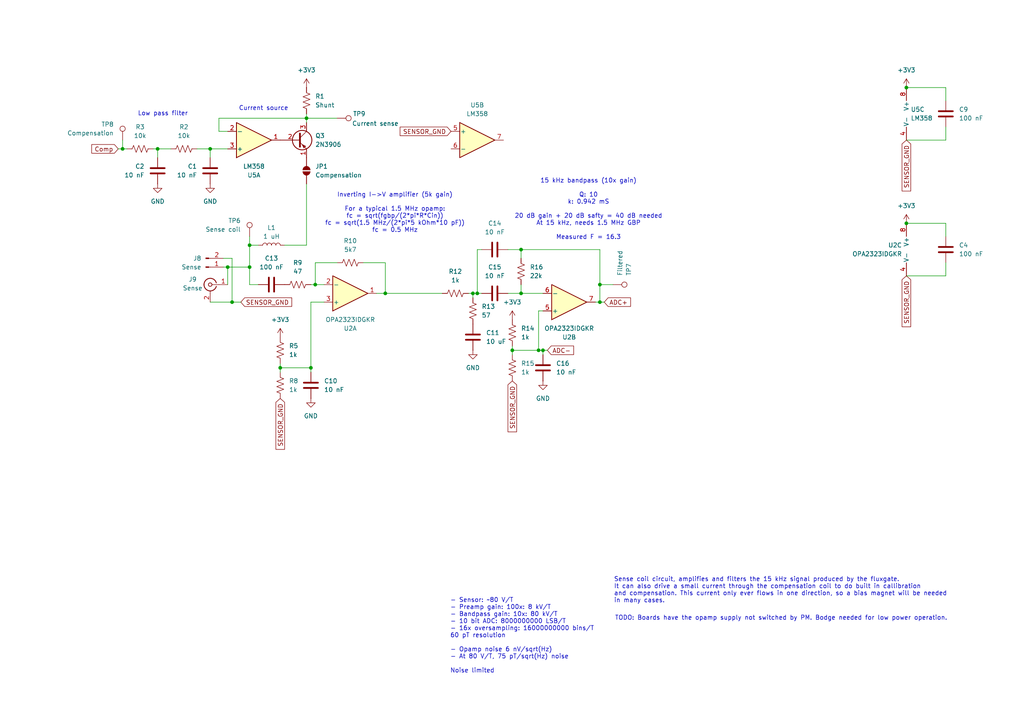
<source format=kicad_sch>
(kicad_sch (version 20231120) (generator "eeschema") (generator_version "8.0")
  (paper "A4")
  (lib_symbols
    (symbol "Amplifier_Operational:LM358" (pin_names (offset 0.127))
      (property "Reference" "U" (at 0 5.08 0))
      (property "Value" "LM358" (at 0 -5.08 0))
      (symbol "LM358_1_1"
        (polyline (pts (xy -5.08 5.08) (xy 5.08 0) (xy -5.08 -5.08) (xy -5.08 5.08)) (stroke (width 0.254)) (fill (type background)))
        (pin output line (at 7.62 0 180) (length 2.54) (name "~") (number "1"))
        (pin input line (at -7.62 -2.54 0) (length 2.54) (name "-") (number "2"))
        (pin input line (at -7.62 2.54 0) (length 2.54) (name "+") (number "3"))
      )
      (symbol "LM358_2_1"
        (polyline (pts (xy -5.08 5.08) (xy 5.08 0) (xy -5.08 -5.08) (xy -5.08 5.08)) (stroke (width 0.254)) (fill (type background)))
        (pin input line (at -7.62 2.54 0) (length 2.54) (name "+") (number "5"))
        (pin input line (at -7.62 -2.54 0) (length 2.54) (name "-") (number "6"))
        (pin output line (at 7.62 0 180) (length 2.54) (name "~") (number "7"))
      )
      (symbol "LM358_3_1"
        (pin power_in line (at -2.54 -7.62 90) (length 3.81) (name "V-") (number "4"))
        (pin power_in line (at -2.54 7.62 270) (length 3.81) (name "V+") (number "8"))
      )
    )
    (symbol "Amplifier_Operational:OPA2277" (pin_names (offset 0.127))
      (property "Reference" "U" (at 0 5.08 0))
      (property "Value" "OPA2277" (at 0 -5.08 0))
      (symbol "OPA2277_1_1"
        (polyline (pts (xy -5.08 5.08) (xy 5.08 0) (xy -5.08 -5.08) (xy -5.08 5.08)) (stroke (width 0.254)) (fill (type background)))
        (pin output line (at 7.62 0 180) (length 2.54) (name "~") (number "1"))
        (pin input line (at -7.62 -2.54 0) (length 2.54) (name "-") (number "2"))
        (pin input line (at -7.62 2.54 0) (length 2.54) (name "+") (number "3"))
      )
      (symbol "OPA2277_2_1"
        (polyline (pts (xy -5.08 5.08) (xy 5.08 0) (xy -5.08 -5.08) (xy -5.08 5.08)) (stroke (width 0.254)) (fill (type background)))
        (pin input line (at -7.62 2.54 0) (length 2.54) (name "+") (number "5"))
        (pin input line (at -7.62 -2.54 0) (length 2.54) (name "-") (number "6"))
        (pin output line (at 7.62 0 180) (length 2.54) (name "~") (number "7"))
      )
      (symbol "OPA2277_3_1"
        (pin power_in line (at -2.54 -7.62 90) (length 3.81) (name "V-") (number "4"))
        (pin power_in line (at -2.54 7.62 270) (length 3.81) (name "V+") (number "8"))
      )
    )
    (symbol "Connector:Conn_01x02_Pin" (pin_names (offset 1.016) hide)
      (property "Reference" "J" (at 0 2.54 0))
      (property "Value" "Conn_01x02_Pin" (at 0 -5.08 0))
      (symbol "Conn_01x02_Pin_1_1"
        (polyline (pts (xy 1.27 -2.54) (xy 0.8636 -2.54)) (stroke (width 0.1524)))
        (polyline (pts (xy 1.27 0) (xy 0.8636 0)) (stroke (width 0.1524)))
        (rectangle (start 0.8636 -2.413) (end 0 -2.667) (stroke (width 0.1524)) (fill (type outline)))
        (rectangle (start 0.8636 0.127) (end 0 -0.127) (stroke (width 0.1524)) (fill (type outline)))
        (pin passive line (at 5.08 0 180) (length 3.81) (name "Pin_1") (number "1"))
        (pin passive line (at 5.08 -2.54 180) (length 3.81) (name "Pin_2") (number "2"))
      )
    )
    (symbol "Connector:Conn_Coaxial" (pin_names (offset 1.016) hide)
      (property "Reference" "J" (at 0.254 3.048 0))
      (property "Value" "Conn_Coaxial" (at 2.921 0 90))
      (symbol "Conn_Coaxial_0_1"
        (arc (start -1.778 -0.508) (mid 0.2311 -1.8066) (end 1.778 0) (stroke (width 0.254)))
        (polyline (pts (xy -2.54 0) (xy -0.508 0)))
        (polyline (pts (xy 0 -2.54) (xy 0 -1.778)))
        (circle (center 0 0) (radius 0.508) (stroke (width 0.2032)))
        (arc (start 1.778 0) (mid 0.2099 1.8101) (end -1.778 0.508) (stroke (width 0.254)))
      )
      (symbol "Conn_Coaxial_1_1"
        (pin passive line (at -5.08 0 0) (length 2.54) (name "In") (number "1"))
        (pin passive line (at 0 -5.08 90) (length 2.54) (name "Ext") (number "2"))
      )
    )
    (symbol "Connector:TestPoint" (pin_numbers hide) (pin_names (offset 0.762) hide)
      (property "Reference" "TP" (at 0 6.858 0))
      (property "Value" "TestPoint" (at 0 5.08 0))
      (symbol "TestPoint_0_1"
        (circle (center 0 3.302) (radius 0.762))
      )
      (symbol "TestPoint_1_1"
        (pin passive line (at 0 0 90) (length 2.54) (name "1") (number "1"))
      )
    )
    (symbol "Device:C" (pin_numbers hide) (pin_names (offset 0.254))
      (property "Reference" "C" (at 0.635 2.54 0))
      (property "Value" "C" (at 0.635 -2.54 0))
      (symbol "C_0_1"
        (polyline (pts (xy -2.032 -0.762) (xy 2.032 -0.762)) (stroke (width 0.508)))
        (polyline (pts (xy -2.032 0.762) (xy 2.032 0.762)) (stroke (width 0.508)))
      )
      (symbol "C_1_1"
        (pin passive line (at 0 3.81 270) (length 2.794) (name "~") (number "1"))
        (pin passive line (at 0 -3.81 90) (length 2.794) (name "~") (number "2"))
      )
    )
    (symbol "Device:L" (pin_numbers hide) (pin_names (offset 1.016) hide)
      (property "Reference" "L" (at -1.27 0 90))
      (property "Value" "L" (at 1.905 0 90))
      (symbol "L_0_1"
        (arc (start 0 -2.54) (mid 0.6323 -1.905) (end 0 -1.27))
        (arc (start 0 -1.27) (mid 0.6323 -0.635) (end 0 0))
        (arc (start 0 0) (mid 0.6323 0.635) (end 0 1.27))
        (arc (start 0 1.27) (mid 0.6323 1.905) (end 0 2.54))
      )
      (symbol "L_1_1"
        (pin passive line (at 0 3.81 270) (length 1.27) (name "1") (number "1"))
        (pin passive line (at 0 -3.81 90) (length 1.27) (name "2") (number "2"))
      )
    )
    (symbol "Device:R_US" (pin_numbers hide) (pin_names (offset 0))
      (property "Reference" "R" (at 2.54 0 90))
      (property "Value" "R_US" (at -2.54 0 90))
      (symbol "R_US_0_1"
        (polyline (pts (xy 0 -2.286) (xy 0 -2.54)))
        (polyline (pts (xy 0 2.286) (xy 0 2.54)))
        (polyline (pts (xy 0 -0.762) (xy 1.016 -1.143) (xy 0 -1.524) (xy -1.016 -1.905) (xy 0 -2.286)))
        (polyline (pts (xy 0 0.762) (xy 1.016 0.381) (xy 0 0) (xy -1.016 -0.381) (xy 0 -0.762)))
        (polyline (pts (xy 0 2.286) (xy 1.016 1.905) (xy 0 1.524) (xy -1.016 1.143) (xy 0 0.762)))
      )
      (symbol "R_US_1_1"
        (pin passive line (at 0 3.81 270) (length 1.27) (name "~") (number "1"))
        (pin passive line (at 0 -3.81 90) (length 1.27) (name "~") (number "2"))
      )
    )
    (symbol "Jumper:SolderJumper_2_Open" (pin_numbers hide) (pin_names (offset 0) hide) (exclude_from_sim yes) (in_bom no)
      (property "Reference" "JP" (at 0 2.032 0))
      (property "Value" "SolderJumper_2_Open" (at 0 -2.54 0))
      (symbol "SolderJumper_2_Open_0_1"
        (arc (start -0.254 1.016) (mid -1.2656 0) (end -0.254 -1.016))
        (arc (start -0.254 1.016) (mid -1.2656 0) (end -0.254 -1.016) (fill (type outline)))
        (polyline (pts (xy -0.254 1.016) (xy -0.254 -1.016)))
        (polyline (pts (xy 0.254 1.016) (xy 0.254 -1.016)))
        (arc (start 0.254 -1.016) (mid 1.2656 0) (end 0.254 1.016))
        (arc (start 0.254 -1.016) (mid 1.2656 0) (end 0.254 1.016) (fill (type outline)))
      )
      (symbol "SolderJumper_2_Open_1_1"
        (pin passive line (at -3.81 0 0) (length 2.54) (name "A") (number "1"))
        (pin passive line (at 3.81 0 180) (length 2.54) (name "B") (number "2"))
      )
    )
    (symbol "Transistor_BJT:2N3906" (pin_names (offset 0) hide)
      (property "Reference" "Q" (at 5.08 1.905 0))
      (property "Value" "2N3906" (at 5.08 0 0))
      (symbol "2N3906_0_1"
        (polyline (pts (xy 0.635 0.635) (xy 2.54 2.54)))
        (polyline (pts (xy 0.635 -0.635) (xy 2.54 -2.54) (xy 2.54 -2.54)))
        (polyline (pts (xy 0.635 1.905) (xy 0.635 -1.905) (xy 0.635 -1.905)) (stroke (width 0.508)))
        (polyline (pts (xy 2.286 -1.778) (xy 1.778 -2.286) (xy 1.27 -1.27) (xy 2.286 -1.778) (xy 2.286 -1.778)) (fill (type outline)))
        (circle (center 1.27 0) (radius 2.8194) (stroke (width 0.254)))
      )
      (symbol "2N3906_1_1"
        (pin passive line (at 2.54 -5.08 90) (length 2.54) (name "E") (number "1"))
        (pin input line (at -5.08 0 0) (length 5.715) (name "B") (number "2"))
        (pin passive line (at 2.54 5.08 270) (length 2.54) (name "C") (number "3"))
      )
    )
    (symbol "power:+3V3" (power) (pin_numbers hide) (pin_names (offset 0) hide)
      (property "Value" "+3V3" (at 0 3.556 0))
      (symbol "+3V3_0_1"
        (polyline (pts (xy -0.762 1.27) (xy 0 2.54)))
        (polyline (pts (xy 0 0) (xy 0 2.54)))
        (polyline (pts (xy 0 2.54) (xy 0.762 1.27)))
      )
      (symbol "+3V3_1_1"
        (pin power_in line (at 0 0 90) (length 0) (name "~") (number "1"))
      )
    )
    (symbol "power:GND" (power) (pin_numbers hide) (pin_names (offset 0) hide)
      (property "Value" "GND" (at 0 -3.81 0))
      (symbol "GND_0_1"
        (polyline (pts (xy 0 0) (xy 0 -1.27) (xy 1.27 -1.27) (xy 0 -2.54) (xy -1.27 -1.27) (xy 0 -1.27)))
      )
      (symbol "GND_1_1"
        (pin power_in line (at 0 0 270) (length 0) (name "~") (number "1"))
      )
    )
  )
  (junction (at 262.89 25.4))
  (junction (at 137.16 85.09))
  (junction (at 88.9 34.29))
  (junction (at 67.31 87.63))
  (junction (at 35.56 43.18))
  (junction (at 66.04 77.47))
  (junction (at 91.44 82.55))
  (junction (at 148.59 101.6))
  (junction (at 72.39 71.12))
  (junction (at 262.89 64.77))
  (junction (at 173.99 82.55))
  (junction (at 173.99 87.63))
  (junction (at 81.28 106.68))
  (junction (at 138.43 85.09))
  (junction (at 72.39 77.47))
  (junction (at 60.96 43.18))
  (junction (at 157.48 101.6))
  (junction (at 151.13 72.39))
  (junction (at 90.17 106.68))
  (junction (at 156.21 101.6))
  (junction (at 151.13 85.09))
  (junction (at 45.72 43.18))
  (junction (at 111.76 85.09))
  (wire (pts (xy 66.04 77.47) (xy 72.39 77.47)))
  (wire (pts (xy 172.72 87.63) (xy 173.99 87.63)))
  (wire (pts (xy 158.75 101.6) (xy 157.48 101.6)))
  (wire (pts (xy 173.99 82.55) (xy 173.99 72.39)))
  (wire (pts (xy 156.21 90.17) (xy 156.21 101.6)))
  (wire (pts (xy 274.32 68.58) (xy 274.32 64.77)))
  (wire (pts (xy 60.96 43.18) (xy 66.04 43.18)))
  (wire (pts (xy 60.96 87.63) (xy 67.31 87.63)))
  (wire (pts (xy 137.16 85.09) (xy 135.89 85.09)))
  (wire (pts (xy 90.17 82.55) (xy 91.44 82.55)))
  (wire (pts (xy 274.32 29.21) (xy 274.32 25.4)))
  (wire (pts (xy 35.56 43.18) (xy 36.83 43.18)))
  (wire (pts (xy 91.44 82.55) (xy 93.98 82.55)))
  (wire (pts (xy 35.56 40.64) (xy 35.56 43.18)))
  (wire (pts (xy 137.16 86.36) (xy 137.16 85.09)))
  (wire (pts (xy 148.59 101.6) (xy 148.59 102.87)))
  (wire (pts (xy 148.59 101.6) (xy 156.21 101.6)))
  (wire (pts (xy 63.5 34.29) (xy 88.9 34.29)))
  (wire (pts (xy 81.28 106.68) (xy 90.17 106.68)))
  (wire (pts (xy 88.9 53.34) (xy 88.9 71.12)))
  (wire (pts (xy 274.32 40.64) (xy 262.89 40.64)))
  (wire (pts (xy 97.79 76.2) (xy 91.44 76.2)))
  (wire (pts (xy 72.39 68.58) (xy 72.39 71.12)))
  (wire (pts (xy 274.32 25.4) (xy 262.89 25.4)))
  (wire (pts (xy 173.99 82.55) (xy 177.8 82.55)))
  (wire (pts (xy 57.15 43.18) (xy 60.96 43.18)))
  (wire (pts (xy 66.04 77.47) (xy 64.77 77.47)))
  (wire (pts (xy 66.04 38.1) (xy 63.5 38.1)))
  (wire (pts (xy 137.16 85.09) (xy 138.43 85.09)))
  (wire (pts (xy 138.43 72.39) (xy 139.7 72.39)))
  (wire (pts (xy 45.72 45.72) (xy 45.72 43.18)))
  (wire (pts (xy 90.17 87.63) (xy 93.98 87.63)))
  (wire (pts (xy 90.17 106.68) (xy 90.17 107.95)))
  (wire (pts (xy 262.89 64.77) (xy 274.32 64.77)))
  (wire (pts (xy 274.32 76.2) (xy 274.32 80.01)))
  (wire (pts (xy 138.43 85.09) (xy 138.43 72.39)))
  (wire (pts (xy 173.99 72.39) (xy 151.13 72.39)))
  (wire (pts (xy 72.39 82.55) (xy 72.39 77.47)))
  (wire (pts (xy 151.13 74.93) (xy 151.13 72.39)))
  (wire (pts (xy 88.9 34.29) (xy 88.9 35.56)))
  (wire (pts (xy 128.27 85.09) (xy 111.76 85.09)))
  (wire (pts (xy 157.48 101.6) (xy 156.21 101.6)))
  (wire (pts (xy 90.17 106.68) (xy 90.17 87.63)))
  (wire (pts (xy 173.99 87.63) (xy 173.99 82.55)))
  (wire (pts (xy 274.32 36.83) (xy 274.32 40.64)))
  (wire (pts (xy 81.28 106.68) (xy 81.28 107.95)))
  (wire (pts (xy 147.32 85.09) (xy 151.13 85.09)))
  (wire (pts (xy 173.99 87.63) (xy 175.26 87.63)))
  (wire (pts (xy 91.44 76.2) (xy 91.44 82.55)))
  (wire (pts (xy 44.45 43.18) (xy 45.72 43.18)))
  (wire (pts (xy 67.31 74.93) (xy 67.31 87.63)))
  (wire (pts (xy 45.72 43.18) (xy 49.53 43.18)))
  (wire (pts (xy 69.85 87.63) (xy 67.31 87.63)))
  (wire (pts (xy 60.96 45.72) (xy 60.96 43.18)))
  (wire (pts (xy 157.48 90.17) (xy 156.21 90.17)))
  (wire (pts (xy 88.9 33.02) (xy 88.9 34.29)))
  (wire (pts (xy 157.48 101.6) (xy 157.48 102.87)))
  (wire (pts (xy 109.22 85.09) (xy 111.76 85.09)))
  (wire (pts (xy 72.39 71.12) (xy 72.39 77.47)))
  (wire (pts (xy 63.5 38.1) (xy 63.5 34.29)))
  (wire (pts (xy 147.32 72.39) (xy 151.13 72.39)))
  (wire (pts (xy 262.89 80.01) (xy 274.32 80.01)))
  (wire (pts (xy 111.76 76.2) (xy 105.41 76.2)))
  (wire (pts (xy 151.13 85.09) (xy 157.48 85.09)))
  (wire (pts (xy 151.13 85.09) (xy 151.13 82.55)))
  (wire (pts (xy 64.77 74.93) (xy 67.31 74.93)))
  (wire (pts (xy 66.04 82.55) (xy 66.04 77.47)))
  (wire (pts (xy 82.55 71.12) (xy 88.9 71.12)))
  (wire (pts (xy 72.39 71.12) (xy 74.93 71.12)))
  (wire (pts (xy 138.43 85.09) (xy 139.7 85.09)))
  (wire (pts (xy 81.28 106.68) (xy 81.28 105.41)))
  (wire (pts (xy 111.76 85.09) (xy 111.76 76.2)))
  (wire (pts (xy 72.39 82.55) (xy 74.93 82.55)))
  (wire (pts (xy 34.29 43.18) (xy 35.56 43.18)))
  (wire (pts (xy 148.59 101.6) (xy 148.59 100.33)))
  (wire (pts (xy 88.9 34.29) (xy 97.79 34.29)))
  (text "- Sensor: ~80 V/T\n- Preamp gain: 100x: 8 kV/T\n- Bandpass gain: 10x: 80 kV/T\n- 10 bit ADC: 8000000000 LSB/T\n- 16x oversampling: 16000000000 bins/T\n60 pT resolution\n\n- Opamp noise 6 nV/sqrt(Hz)\n- At 80 V/T, 75 pT/sqrt(Hz) noise\n\nNoise limited" (at 130.556 184.404 0) (effects (font (size 1.27 1.27)) (justify left)))
  (text "Inverting I->V amplifier (5k gain)\n\nFor a typical 1.5 MHz opamp:\nfc = sqrt(fgbp/(2*pi*R*Cin))\nfc = sqrt(1.5 MHz/(2*pi*5 kOhm*10 pF))\nfc = 0.5 MHz" (at 114.554 61.722 0) (effects (font (size 1.27 1.27))))
  (text "Low pass filter" (at 47.244 33.02 0) (effects (font (size 1.27 1.27))))
  (text "Sense coil circuit, amplifies and filters the 15 kHz signal produced by the fluxgate.\nIt can also drive a small current through the compensation coil to do built in callibration\nand compensation. This current only ever flows in one direction, so a bias magnet will be needed\nin many cases." (at 178.054 171.196 0) (effects (font (size 1.27 1.27)) (justify left)))
  (text "TODO: Boards have the opamp supply not switched by PM. Bodge needed for low power operation." (at 226.568 179.324 0) (effects (font (size 1.27 1.27))))
  (text "15 kHz bandpass (10x gain)\n\nQ: 10\nk: 0.942 mS\n\n20 dB gain + 20 dB safty = 40 dB needed\nAt 15 kHz, needs 1.5 MHz GBP\n\nMeasured F = 16.3" (at 170.688 60.706 0) (effects (font (size 1.27 1.27))))
  (text "Current source" (at 76.454 31.496 0) (effects (font (size 1.27 1.27))))
  (global_label "SENSOR_GND" (shape input) (at 130.81 38.1 180) (property "Intersheetrefs" "${INTERSHEET_REFS}" (effects (hide yes))))
  (global_label "ADC-" (shape input) (at 158.75 101.6 0) (property "Intersheetrefs" "${INTERSHEET_REFS}" (effects (hide yes))))
  (global_label "SENSOR_GND" (shape input) (at 69.85 87.63 0) (property "Intersheetrefs" "${INTERSHEET_REFS}" (effects (hide yes))))
  (global_label "Comp" (shape input) (at 34.29 43.18 180) (property "Intersheetrefs" "${INTERSHEET_REFS}" (effects (hide yes))))
  (global_label "SENSOR_GND" (shape input) (at 148.59 110.49 270) (property "Intersheetrefs" "${INTERSHEET_REFS}" (effects (hide yes))))
  (global_label "ADC+" (shape input) (at 175.26 87.63 0) (property "Intersheetrefs" "${INTERSHEET_REFS}" (effects (hide yes))))
  (global_label "SENSOR_GND" (shape input) (at 262.89 40.64 270) (property "Intersheetrefs" "${INTERSHEET_REFS}" (effects (hide yes))))
  (global_label "SENSOR_GND" (shape input) (at 81.28 115.57 270) (property "Intersheetrefs" "${INTERSHEET_REFS}" (effects (hide yes))))
  (global_label "SENSOR_GND" (shape input) (at 262.89 80.01 270) (property "Intersheetrefs" "${INTERSHEET_REFS}" (effects (hide yes))))
  (symbol (lib_id "Device:R_US") (at 53.34 43.18 90) (unit 1)
    (property "Reference" "R2" (at 53.34 36.83 90))
    (property "Value" "10k" (at 53.34 39.37 90))
    (property "Footprint" "Resistor_THT:R_Axial_DIN0207_L6.3mm_D2.5mm_P10.16mm_Horizontal" (effects (hide yes)))
    (property "Description" "Resistor, US symbol" (effects (hide yes)))
  )
  (symbol (lib_id "Device:L") (at 78.74 71.12 90) (unit 1)
    (property "Reference" "L1" (at 78.74 66.04 90))
    (property "Value" "1 uH" (at 78.74 68.58 90))
    (property "Footprint" "Inductor_THT:L_Radial_D7.2mm_P3.00mm_Murata_1700" (effects (hide yes)))
    (property "Description" "Inductor" (effects (hide yes)))
  )
  (symbol (lib_id "Connector:Conn_Coaxial") (at 60.96 82.55 0) (mirror y) (unit 1)
    (property "Reference" "J9" (at 55.88 81.026 0))
    (property "Value" "Sense" (at 55.88 83.566 0))
    (property "Footprint" "Connector_Coaxial:SMA_Amphenol_132289_EdgeMount" (effects (hide yes)))
    (property "Description" "coaxial connector (BNC, SMA, SMB, SMC, Cinch/RCA, LEMO, ...)" (effects (hide yes)))
  )
  (symbol (lib_id "Device:R_US") (at 132.08 85.09 90) (unit 1)
    (property "Reference" "R12" (at 132.08 78.74 90))
    (property "Value" "1k" (at 132.08 81.28 90))
    (property "Footprint" "Resistor_THT:R_Axial_DIN0207_L6.3mm_D2.5mm_P10.16mm_Horizontal" (effects (hide yes)))
    (property "Description" "Resistor, US symbol" (effects (hide yes)))
  )
  (symbol (lib_id "power:GND") (at 45.72 53.34 0) (unit 1)
    (property "Reference" "#PWR027" (effects (hide yes)))
    (property "Value" "GND" (at 45.72 58.42 0))
    (property "Description" "Power symbol creates a global label with name \"GND\" , ground" (effects (hide yes)))
  )
  (symbol (lib_id "Amplifier_Operational:LM358") (at 73.66 40.64 0) (mirror x) (unit 1)
    (property "Reference" "U5" (at 73.66 50.8 0))
    (property "Value" "LM358" (at 73.66 48.26 0))
    (property "Footprint" "Package_SO:SOIC-8W_5.3x5.3mm_P1.27mm" (effects (hide yes)))
    (property "Datasheet" "http://www.ti.com/lit/ds/symlink/lm2904-n.pdf" (effects (hide yes)))
    (property "Description" "Low-Power, Dual Operational Amplifiers, DIP-8/SOIC-8/TO-99-8" (effects (hide yes)))
  )
  (symbol (lib_id "Connector:TestPoint") (at 97.79 34.29 270) (mirror x) (unit 1)
    (property "Reference" "TP9" (at 102.362 33.02 90) (effects (justify left)))
    (property "Value" "Current sense" (at 102.108 35.814 90) (effects (justify left)))
    (property "Footprint" "TestPoint:TestPoint_Keystone_5015_Micro-Minature" (effects (hide yes)))
    (property "Description" "test point" (effects (hide yes)))
  )
  (symbol (lib_id "Device:C") (at 143.51 72.39 90) (unit 1)
    (property "Reference" "C14" (at 143.51 64.77 90))
    (property "Value" "10 nF" (at 143.51 67.31 90))
    (property "Footprint" "Capacitor_THT:C_Disc_D3.4mm_W2.1mm_P2.50mm" (effects (hide yes)))
    (property "Description" "Unpolarized capacitor" (effects (hide yes)))
  )
  (symbol (lib_id "Device:C") (at 143.51 85.09 90) (unit 1)
    (property "Reference" "C15" (at 143.51 77.47 90))
    (property "Value" "10 nF" (at 143.51 80.01 90))
    (property "Footprint" "Capacitor_THT:C_Disc_D3.4mm_W2.1mm_P2.50mm" (effects (hide yes)))
    (property "Description" "Unpolarized capacitor" (effects (hide yes)))
  )
  (symbol (lib_id "Amplifier_Operational:LM358") (at 138.43 40.64 0) (unit 2)
    (property "Reference" "U5" (at 138.43 30.48 0))
    (property "Value" "LM358" (at 138.43 33.02 0))
    (property "Footprint" "Package_SO:SOIC-8W_5.3x5.3mm_P1.27mm" (effects (hide yes)))
    (property "Datasheet" "http://www.ti.com/lit/ds/symlink/lm2904-n.pdf" (effects (hide yes)))
    (property "Description" "Low-Power, Dual Operational Amplifiers, DIP-8/SOIC-8/TO-99-8" (effects (hide yes)))
  )
  (symbol (lib_id "power:+3V3") (at 81.28 97.79 0) (unit 1)
    (property "Reference" "#PWR025" (effects (hide yes)))
    (property "Value" "+3V3" (at 81.28 92.71 0))
    (property "Description" "Power symbol creates a global label with name \"+3V3\"" (effects (hide yes)))
  )
  (symbol (lib_id "Device:R_US") (at 137.16 90.17 180) (unit 1)
    (property "Reference" "R13" (at 139.7 88.8999 0) (effects (justify right)))
    (property "Value" "57" (at 139.7 91.4399 0) (effects (justify right)))
    (property "Footprint" "Resistor_THT:R_Axial_DIN0207_L6.3mm_D2.5mm_P10.16mm_Horizontal" (effects (hide yes)))
    (property "Description" "Resistor, US symbol" (effects (hide yes)))
  )
  (symbol (lib_id "Connector:Conn_01x02_Pin") (at 59.69 77.47 0) (mirror x) (unit 1)
    (property "Reference" "J8" (at 58.42 74.9299 0) (effects (justify right)))
    (property "Value" "Sense" (at 58.42 77.4699 0) (effects (justify right)))
    (property "Footprint" "Connector_PinHeader_2.54mm:PinHeader_1x02_P2.54mm_Vertical" (effects (hide yes)))
    (property "Description" "Generic connector, single row, 01x02, script generated" (effects (hide yes)))
  )
  (symbol (lib_id "Device:C") (at 137.16 97.79 180) (unit 1)
    (property "Reference" "C11" (at 140.97 96.5199 0) (effects (justify right)))
    (property "Value" "10 uF" (at 140.97 99.0599 0) (effects (justify right)))
    (property "Footprint" "Capacitor_THT:C_Disc_D3.4mm_W2.1mm_P2.50mm" (effects (hide yes)))
    (property "Description" "Unpolarized capacitor" (effects (hide yes)))
  )
  (symbol (lib_id "Connector:TestPoint") (at 35.56 40.64 0) (mirror y) (unit 1)
    (property "Reference" "TP8" (at 33.02 36.0679 0) (effects (justify left)))
    (property "Value" "Compensation" (at 33.02 38.6079 0) (effects (justify left)))
    (property "Footprint" "TestPoint:TestPoint_Keystone_5015_Micro-Minature" (effects (hide yes)))
    (property "Description" "test point" (effects (hide yes)))
  )
  (symbol (lib_id "power:+3V3") (at 262.89 25.4 0) (unit 1)
    (property "Reference" "#PWR029" (effects (hide yes)))
    (property "Value" "+3V3" (at 262.89 20.32 0))
    (property "Description" "Power symbol creates a global label with name \"+3V3\"" (effects (hide yes)))
  )
  (symbol (lib_id "Device:R_US") (at 151.13 78.74 180) (unit 1)
    (property "Reference" "R16" (at 153.67 77.4699 0) (effects (justify right)))
    (property "Value" "22k" (at 153.67 80.0099 0) (effects (justify right)))
    (property "Footprint" "Resistor_THT:R_Axial_DIN0207_L6.3mm_D2.5mm_P10.16mm_Horizontal" (effects (hide yes)))
    (property "Description" "Resistor, US symbol" (effects (hide yes)))
  )
  (symbol (lib_id "power:+3V3") (at 148.59 92.71 0) (unit 1)
    (property "Reference" "#PWR021" (effects (hide yes)))
    (property "Value" "+3V3" (at 148.59 87.63 0))
    (property "Description" "Power symbol creates a global label with name \"+3V3\"" (effects (hide yes)))
  )
  (symbol (lib_id "Transistor_BJT:2N3906") (at 86.36 40.64 0) (unit 1)
    (property "Reference" "Q3" (at 91.44 39.3699 0) (effects (justify left)))
    (property "Value" "2N3906" (at 91.44 41.9099 0) (effects (justify left)))
    (property "Footprint" "Package_TO_SOT_THT:TO-92_Inline" (effects (hide yes)))
    (property "Datasheet" "https://www.onsemi.com/pub/Collateral/2N3906-D.PDF" (effects (hide yes)))
    (property "Description" "-0.2A Ic, -40V Vce, Small Signal PNP Transistor, TO-92" (effects (hide yes)))
  )
  (symbol (lib_id "Amplifier_Operational:OPA2277") (at 165.1 87.63 0) (mirror x) (unit 2)
    (property "Reference" "U2" (at 165.1 97.79 0))
    (property "Value" "OPA2323IDGKR" (at 165.1 95.25 0))
    (property "Footprint" "Package_SO:SOIC-8W_5.3x5.3mm_P1.27mm" (effects (hide yes)))
    (property "Datasheet" "https://www.ti.com/lit/ds/symlink/opa2277.pdf" (effects (hide yes)))
    (property "Description" "Dual High Precision Operational Amplifiers, DIP-8/SOIC-8" (effects (hide yes)))
  )
  (symbol (lib_id "Device:C") (at 90.17 111.76 180) (unit 1)
    (property "Reference" "C10" (at 93.98 110.4899 0) (effects (justify right)))
    (property "Value" "10 nF" (at 93.98 113.0299 0) (effects (justify right)))
    (property "Footprint" "Capacitor_THT:C_Disc_D3.4mm_W2.1mm_P2.50mm" (effects (hide yes)))
    (property "Description" "Unpolarized capacitor" (effects (hide yes)))
  )
  (symbol (lib_id "power:+3V3") (at 262.89 64.77 0) (unit 1)
    (property "Reference" "#PWR026" (effects (hide yes)))
    (property "Value" "+3V3" (at 262.89 59.69 0))
    (property "Description" "Power symbol creates a global label with name \"+3V3\"" (effects (hide yes)))
  )
  (symbol (lib_id "Connector:TestPoint") (at 72.39 68.58 0) (mirror y) (unit 1)
    (property "Reference" "TP6" (at 69.85 64.0079 0) (effects (justify left)))
    (property "Value" "Sense coil" (at 69.85 66.5479 0) (effects (justify left)))
    (property "Footprint" "TestPoint:TestPoint_Keystone_5015_Micro-Minature" (effects (hide yes)))
    (property "Description" "test point" (effects (hide yes)))
  )
  (symbol (lib_id "Amplifier_Operational:OPA2277") (at 101.6 85.09 0) (mirror x) (unit 1)
    (property "Reference" "U2" (at 101.6 95.25 0))
    (property "Value" "OPA2323IDGKR" (at 101.6 92.71 0))
    (property "Footprint" "Package_SO:SOIC-8W_5.3x5.3mm_P1.27mm" (effects (hide yes)))
    (property "Datasheet" "https://www.ti.com/lit/ds/symlink/opa2277.pdf" (effects (hide yes)))
    (property "Description" "Dual High Precision Operational Amplifiers, DIP-8/SOIC-8" (effects (hide yes)))
  )
  (symbol (lib_id "power:GND") (at 90.17 115.57 0) (unit 1)
    (property "Reference" "#PWR02" (effects (hide yes)))
    (property "Value" "GND" (at 90.17 120.65 0))
    (property "Description" "Power symbol creates a global label with name \"GND\" , ground" (effects (hide yes)))
  )
  (symbol (lib_id "Device:R_US") (at 101.6 76.2 90) (unit 1)
    (property "Reference" "R10" (at 101.6 69.85 90))
    (property "Value" "5k7" (at 101.6 72.39 90))
    (property "Footprint" "Resistor_THT:R_Axial_DIN0207_L6.3mm_D2.5mm_P10.16mm_Horizontal" (effects (hide yes)))
    (property "Description" "Resistor, US symbol" (effects (hide yes)))
  )
  (symbol (lib_id "Amplifier_Operational:OPA2277") (at 260.35 72.39 0) (mirror y) (unit 3)
    (property "Reference" "U2" (at 261.62 71.1199 0) (effects (justify left)))
    (property "Value" "OPA2323IDGKR" (at 261.62 73.6599 0) (effects (justify left)))
    (property "Footprint" "Package_SO:SOIC-8W_5.3x5.3mm_P1.27mm" (effects (hide yes)))
    (property "Datasheet" "https://www.ti.com/lit/ds/symlink/opa2277.pdf" (effects (hide yes)))
    (property "Description" "Dual High Precision Operational Amplifiers, DIP-8/SOIC-8" (effects (hide yes)))
  )
  (symbol (lib_id "Device:R_US") (at 88.9 29.21 0) (unit 1)
    (property "Reference" "R1" (at 91.44 27.9399 0) (effects (justify left)))
    (property "Value" "Shunt" (at 91.44 30.4799 0) (effects (justify left)))
    (property "Footprint" "Resistor_THT:R_Axial_DIN0207_L6.3mm_D2.5mm_P10.16mm_Horizontal" (effects (hide yes)))
    (property "Description" "Resistor, US symbol" (effects (hide yes)))
  )
  (symbol (lib_id "power:GND") (at 157.48 110.49 0) (unit 1)
    (property "Reference" "#PWR06" (effects (hide yes)))
    (property "Value" "GND" (at 157.48 115.57 0))
    (property "Description" "Power symbol creates a global label with name \"GND\" , ground" (effects (hide yes)))
  )
  (symbol (lib_id "Jumper:SolderJumper_2_Open") (at 88.9 49.53 90) (unit 1) (exclude_from_sim yes) (in_bom no)
    (property "Reference" "JP1" (at 91.44 48.2599 90) (effects (justify right)))
    (property "Value" "Compensation" (at 91.44 50.7999 90) (effects (justify right)))
    (property "Footprint" "Jumper:SolderJumper-2_P1.3mm_Open_RoundedPad1.0x1.5mm" (effects (hide yes)))
    (property "Description" "Solder Jumper, 2-pole, open" (effects (hide yes)))
  )
  (symbol (lib_id "Device:C") (at 45.72 49.53 0) (mirror x) (unit 1)
    (property "Reference" "C2" (at 41.91 48.2599 0) (effects (justify right)))
    (property "Value" "10 nF" (at 41.91 50.7999 0) (effects (justify right)))
    (property "Footprint" "Capacitor_THT:C_Disc_D3.4mm_W2.1mm_P2.50mm" (effects (hide yes)))
    (property "Description" "Unpolarized capacitor" (effects (hide yes)))
  )
  (symbol (lib_id "Device:R_US") (at 81.28 111.76 180) (unit 1)
    (property "Reference" "R8" (at 83.82 110.4899 0) (effects (justify right)))
    (property "Value" "1k" (at 83.82 113.0299 0) (effects (justify right)))
    (property "Footprint" "Resistor_THT:R_Axial_DIN0207_L6.3mm_D2.5mm_P10.16mm_Horizontal" (effects (hide yes)))
    (property "Description" "Resistor, US symbol" (effects (hide yes)))
  )
  (symbol (lib_id "Device:C") (at 274.32 72.39 180) (unit 1)
    (property "Reference" "C4" (at 278.13 71.1199 0) (effects (justify right)))
    (property "Value" "100 nF" (at 278.13 73.6599 0) (effects (justify right)))
    (property "Footprint" "Capacitor_THT:C_Disc_D3.4mm_W2.1mm_P2.50mm" (effects (hide yes)))
    (property "Description" "Unpolarized capacitor" (effects (hide yes)))
  )
  (symbol (lib_id "Device:R_US") (at 86.36 82.55 90) (unit 1)
    (property "Reference" "R9" (at 86.36 76.2 90))
    (property "Value" "47" (at 86.36 78.74 90))
    (property "Footprint" "Resistor_THT:R_Axial_DIN0207_L6.3mm_D2.5mm_P10.16mm_Horizontal" (effects (hide yes)))
    (property "Description" "Resistor, US symbol" (effects (hide yes)))
  )
  (symbol (lib_id "Amplifier_Operational:LM358") (at 265.43 33.02 0) (unit 3)
    (property "Reference" "U5" (at 264.16 31.7499 0) (effects (justify left)))
    (property "Value" "LM358" (at 264.16 34.2899 0) (effects (justify left)))
    (property "Footprint" "Package_SO:SOIC-8W_5.3x5.3mm_P1.27mm" (effects (hide yes)))
    (property "Datasheet" "http://www.ti.com/lit/ds/symlink/lm2904-n.pdf" (effects (hide yes)))
    (property "Description" "Low-Power, Dual Operational Amplifiers, DIP-8/SOIC-8/TO-99-8" (effects (hide yes)))
  )
  (symbol (lib_id "Device:R_US") (at 148.59 106.68 180) (unit 1)
    (property "Reference" "R15" (at 151.13 105.4099 0) (effects (justify right)))
    (property "Value" "1k" (at 151.13 107.9499 0) (effects (justify right)))
    (property "Footprint" "Resistor_THT:R_Axial_DIN0207_L6.3mm_D2.5mm_P10.16mm_Horizontal" (effects (hide yes)))
    (property "Description" "Resistor, US symbol" (effects (hide yes)))
  )
  (symbol (lib_id "power:GND") (at 137.16 101.6 0) (unit 1)
    (property "Reference" "#PWR07" (effects (hide yes)))
    (property "Value" "GND" (at 137.16 106.68 0))
    (property "Description" "Power symbol creates a global label with name \"GND\" , ground" (effects (hide yes)))
  )
  (symbol (lib_id "Device:R_US") (at 40.64 43.18 90) (unit 1)
    (property "Reference" "R3" (at 40.64 36.83 90))
    (property "Value" "10k" (at 40.64 39.37 90))
    (property "Footprint" "Resistor_THT:R_Axial_DIN0207_L6.3mm_D2.5mm_P10.16mm_Horizontal" (effects (hide yes)))
    (property "Description" "Resistor, US symbol" (effects (hide yes)))
  )
  (symbol (lib_id "Device:C") (at 60.96 49.53 0) (mirror x) (unit 1)
    (property "Reference" "C1" (at 57.15 48.2599 0) (effects (justify right)))
    (property "Value" "10 nF" (at 57.15 50.7999 0) (effects (justify right)))
    (property "Footprint" "Capacitor_THT:C_Disc_D3.4mm_W2.1mm_P2.50mm" (effects (hide yes)))
    (property "Description" "Unpolarized capacitor" (effects (hide yes)))
  )
  (symbol (lib_id "power:GND") (at 60.96 53.34 0) (unit 1)
    (property "Reference" "#PWR028" (effects (hide yes)))
    (property "Value" "GND" (at 60.96 58.42 0))
    (property "Description" "Power symbol creates a global label with name \"GND\" , ground" (effects (hide yes)))
  )
  (symbol (lib_id "Device:C") (at 78.74 82.55 90) (unit 1)
    (property "Reference" "C13" (at 78.74 74.93 90))
    (property "Value" "100 nF" (at 78.74 77.47 90))
    (property "Footprint" "Capacitor_THT:C_Disc_D3.4mm_W2.1mm_P2.50mm" (effects (hide yes)))
    (property "Description" "Unpolarized capacitor" (effects (hide yes)))
  )
  (symbol (lib_id "Connector:TestPoint") (at 177.8 82.55 270) (mirror x) (unit 1)
    (property "Reference" "TP7" (at 182.3721 80.01 0) (effects (justify left)))
    (property "Value" "Filtered" (at 179.8321 80.01 0) (effects (justify left)))
    (property "Footprint" "TestPoint:TestPoint_Keystone_5015_Micro-Minature" (effects (hide yes)))
    (property "Description" "test point" (effects (hide yes)))
  )
  (symbol (lib_id "power:+3V3") (at 88.9 25.4 0) (unit 1)
    (property "Reference" "#PWR011" (effects (hide yes)))
    (property "Value" "+3V3" (at 88.9 20.32 0))
    (property "Description" "Power symbol creates a global label with name \"+3V3\"" (effects (hide yes)))
  )
  (symbol (lib_id "Device:R_US") (at 148.59 96.52 180) (unit 1)
    (property "Reference" "R14" (at 151.13 95.2499 0) (effects (justify right)))
    (property "Value" "1k" (at 151.13 97.7899 0) (effects (justify right)))
    (property "Footprint" "Resistor_THT:R_Axial_DIN0207_L6.3mm_D2.5mm_P10.16mm_Horizontal" (effects (hide yes)))
    (property "Description" "Resistor, US symbol" (effects (hide yes)))
  )
  (symbol (lib_id "Device:C") (at 274.32 33.02 180) (unit 1)
    (property "Reference" "C9" (at 278.13 31.7499 0) (effects (justify right)))
    (property "Value" "100 nF" (at 278.13 34.2899 0) (effects (justify right)))
    (property "Footprint" "Capacitor_THT:C_Disc_D3.4mm_W2.1mm_P2.50mm" (effects (hide yes)))
    (property "Description" "Unpolarized capacitor" (effects (hide yes)))
  )
  (symbol (lib_id "Device:R_US") (at 81.28 101.6 180) (unit 1)
    (property "Reference" "R5" (at 83.82 100.3299 0) (effects (justify right)))
    (property "Value" "1k" (at 83.82 102.8699 0) (effects (justify right)))
    (property "Footprint" "Resistor_THT:R_Axial_DIN0207_L6.3mm_D2.5mm_P10.16mm_Horizontal" (effects (hide yes)))
    (property "Description" "Resistor, US symbol" (effects (hide yes)))
  )
  (symbol (lib_id "Device:C") (at 157.48 106.68 180) (unit 1)
    (property "Reference" "C16" (at 161.29 105.4099 0) (effects (justify right)))
    (property "Value" "10 nF" (at 161.29 107.9499 0) (effects (justify right)))
    (property "Footprint" "Capacitor_THT:C_Disc_D3.4mm_W2.1mm_P2.50mm" (effects (hide yes)))
    (property "Description" "Unpolarized capacitor" (effects (hide yes)))
  )
)
</source>
